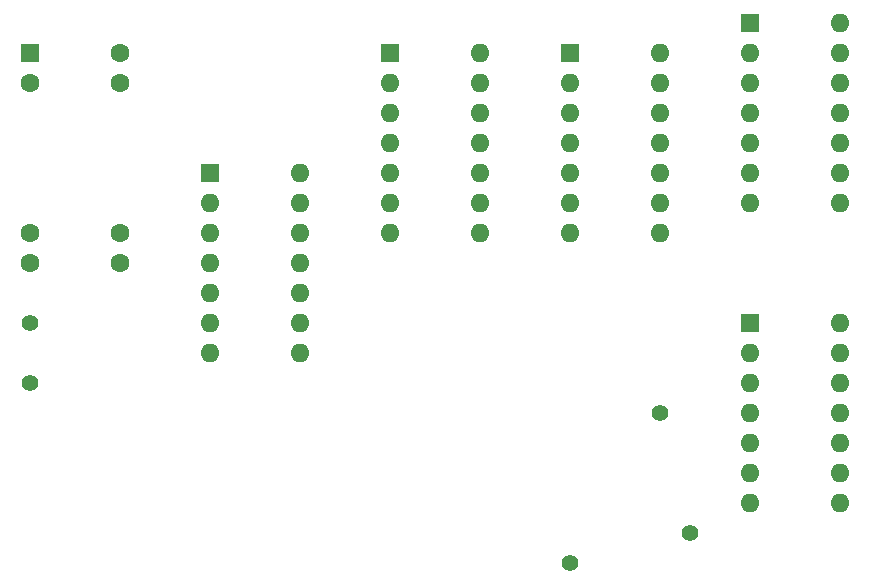
<source format=gbr>
%TF.GenerationSoftware,KiCad,Pcbnew,7.0.1*%
%TF.CreationDate,2023-04-06T21:38:10+03:00*%
%TF.ProjectId,BSPD,42535044-2e6b-4696-9361-645f70636258,rev?*%
%TF.SameCoordinates,Original*%
%TF.FileFunction,Soldermask,Bot*%
%TF.FilePolarity,Negative*%
%FSLAX46Y46*%
G04 Gerber Fmt 4.6, Leading zero omitted, Abs format (unit mm)*
G04 Created by KiCad (PCBNEW 7.0.1) date 2023-04-06 21:38:10*
%MOMM*%
%LPD*%
G01*
G04 APERTURE LIST*
%ADD10C,1.400000*%
%ADD11R,1.600000X1.600000*%
%ADD12O,1.600000X1.600000*%
%ADD13C,1.600000*%
G04 APERTURE END LIST*
D10*
%TO.C,TP5*%
X71120000Y-58420000D03*
%TD*%
%TO.C,TP4*%
X60960000Y-60960000D03*
%TD*%
%TO.C,TP3*%
X15240000Y-45720000D03*
%TD*%
%TO.C,TP2*%
X68580000Y-48260000D03*
%TD*%
%TO.C,TP1*%
X15240000Y-40640000D03*
%TD*%
D11*
%TO.C,U1*%
X76200000Y-15240000D03*
D12*
X76200000Y-17780000D03*
X76200000Y-20320000D03*
X76200000Y-22860000D03*
X76200000Y-25400000D03*
X76200000Y-27940000D03*
X76200000Y-30480000D03*
X83820000Y-30480000D03*
X83820000Y-27940000D03*
X83820000Y-25400000D03*
X83820000Y-22860000D03*
X83820000Y-20320000D03*
X83820000Y-17780000D03*
X83820000Y-15240000D03*
%TD*%
D11*
%TO.C,U3*%
X30480000Y-27940000D03*
D12*
X30480000Y-30480000D03*
X30480000Y-33020000D03*
X30480000Y-35560000D03*
X30480000Y-38100000D03*
X30480000Y-40640000D03*
X30480000Y-43180000D03*
X38100000Y-43180000D03*
X38100000Y-40640000D03*
X38100000Y-38100000D03*
X38100000Y-35560000D03*
X38100000Y-33020000D03*
X38100000Y-30480000D03*
X38100000Y-27940000D03*
%TD*%
D11*
%TO.C,U4*%
X45720000Y-17780000D03*
D12*
X45720000Y-20320000D03*
X45720000Y-22860000D03*
X45720000Y-25400000D03*
X45720000Y-27940000D03*
X45720000Y-30480000D03*
X45720000Y-33020000D03*
X53340000Y-33020000D03*
X53340000Y-30480000D03*
X53340000Y-27940000D03*
X53340000Y-25400000D03*
X53340000Y-22860000D03*
X53340000Y-20320000D03*
X53340000Y-17780000D03*
%TD*%
D11*
%TO.C,U2*%
X15240000Y-17780000D03*
D13*
X15240000Y-20320000D03*
X15240000Y-33020000D03*
X15240000Y-35560000D03*
X22860000Y-35560000D03*
X22860000Y-33020000D03*
X22860000Y-20320000D03*
X22860000Y-17780000D03*
%TD*%
D11*
%TO.C,U6*%
X76200000Y-40640000D03*
D12*
X76200000Y-43180000D03*
X76200000Y-45720000D03*
X76200000Y-48260000D03*
X76200000Y-50800000D03*
X76200000Y-53340000D03*
X76200000Y-55880000D03*
X83820000Y-55880000D03*
X83820000Y-53340000D03*
X83820000Y-50800000D03*
X83820000Y-48260000D03*
X83820000Y-45720000D03*
X83820000Y-43180000D03*
X83820000Y-40640000D03*
%TD*%
D11*
%TO.C,U5*%
X60960000Y-17775000D03*
D12*
X60960000Y-20315000D03*
X60960000Y-22855000D03*
X60960000Y-25395000D03*
X60960000Y-27935000D03*
X60960000Y-30475000D03*
X60960000Y-33015000D03*
X68580000Y-33015000D03*
X68580000Y-30475000D03*
X68580000Y-27935000D03*
X68580000Y-25395000D03*
X68580000Y-22855000D03*
X68580000Y-20315000D03*
X68580000Y-17775000D03*
%TD*%
M02*

</source>
